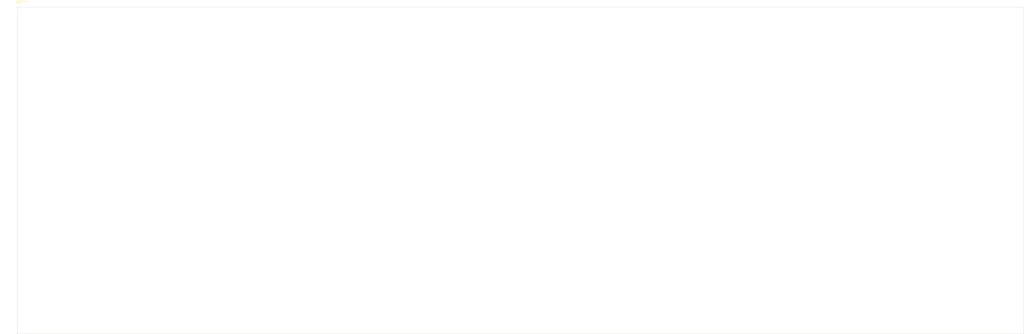
<source format=kicad_pcb>
(kicad_pcb (version 20240108) (generator "pcbnew") (generator_version "8.0")
  (layers (0 "F.Cu" signal) (31 "B.Cu" signal) (34 "B.Paste" user) (35 "F.Paste" user) (36 "B.SilkS" user "B.Silkscreen") (37 "F.SilkS" user "F.Silkscreen") (38 "B.Mask" user) (39 "F.Mask" user) (44 "Edge.Cuts" user))
  (net 0 "")
  (footprint "MountingHole:MountingHole_2.5mm" (layer "F.Cu") (at 28.35 32)
    (property "Reference" "REF**" (at 0 -3.5 0) (layer "F.SilkS"))
    (property "Value" "MountingHole_2.5mm")
    (pad "" np_thru_hole circle (at 0 0) (size 2.5 2.5) (drill 2.5) (layers "*.Cu" "*.Mask"))
  )
  (footprint "" (layer "F.Cu") (at 276.45 70.55)
    (property "Reference" "" (at 0 0 0) (layer "F.SilkS") (effects (font (size 1.27 1.27))))
    (property "Value" "")
    (pad "" np_thru_hole circle (at 0 0) (size 2.5 2.5) (drill 2.5) (layers "*.Cu" "*.Mask"))
  )
  (footprint "" (layer "F.Cu") (at 143.1 70.55)
    (property "Reference" "" (at 0 0 0) (layer "F.SilkS") (effects (font (size 1.27 1.27))))
    (property "Value" "")
    (pad "" np_thru_hole circle (at 0 0) (size 2.5 2.5) (drill 2.5) (layers "*.Cu" "*.Mask"))
  )
  (footprint "" (layer "F.Cu") (at 391.45 147.45)
    (property "Reference" "" (at 0 0 0) (layer "F.SilkS") (effects (font (size 1.27 1.27))))
    (property "Value" "")
    (pad "" np_thru_hole circle (at 0 0) (size 2.5 2.5) (drill 2.5) (layers "*.Cu" "*.Mask"))
  )
  (footprint "" (layer "F.Cu") (at 28.4 147.5)
    (property "Reference" "" (at 0 0 0) (layer "F.SilkS") (effects (font (size 1.27 1.27))))
    (property "Value" "")
    (pad "" np_thru_hole circle (at 0 0) (size 2.5 2.5) (drill 2.5) (layers "*.Cu" "*.Mask"))
  )
  (footprint "" (layer "F.Cu") (at 276.45 108.65)
    (property "Reference" "" (at 0 0 0) (layer "F.SilkS") (effects (font (size 1.27 1.27))))
    (property "Value" "")
    (pad "" np_thru_hole circle (at 0 0) (size 2.5 2.5) (drill 2.5) (layers "*.Cu" "*.Mask"))
  )
  (footprint "" (layer "F.Cu") (at 143.1 108.65)
    (property "Reference" "" (at 0 0 0) (layer "F.SilkS") (effects (font (size 1.27 1.27))))
    (property "Value" "")
    (pad "" np_thru_hole circle (at 0 0) (size 2.5 2.5) (drill 2.5) (layers "*.Cu" "*.Mask"))
  )
  (footprint "" (layer "F.Cu") (at 391.5 32.05)
    (property "Reference" "" (at 0 0 0) (layer "F.SilkS") (effects (font (size 1.27 1.27))))
    (property "Value" "")
    (pad "" np_thru_hole circle (at 0 0) (size 2.5 2.5) (drill 2.5) (layers "*.Cu" "*.Mask"))
  )
  (gr_rect (start 26.5875 30.2375) (end 393.3 149.3) (stroke (width 0.1)) (fill none) (layer "Edge.Cuts"))
)
</source>
